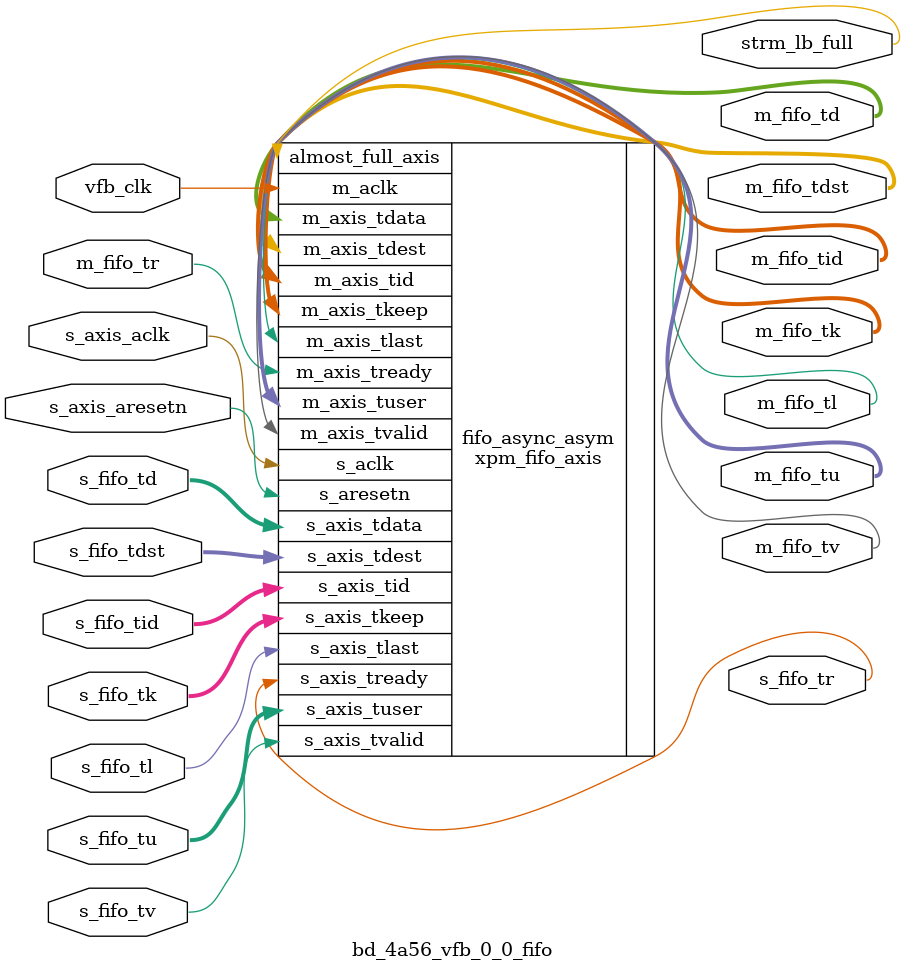
<source format=v>
`timescale 1ps/1ps
module bd_4a56_vfb_0_0_fifo (
  input            s_axis_aclk    ,

  input         s_axis_aresetn ,
  input            vfb_clk        ,
  output    s_fifo_tr      ,
  input     s_fifo_tv      ,
  input      [64-1:0]  s_fifo_td      ,
  input [31:0]     s_fifo_tid    ,   
  input      [24-1:0]  s_fifo_tu      ,
  input      [31:0] s_fifo_tdst      ,
  input      [8-1:0] s_fifo_tk      ,
  input      s_fifo_tl      ,
  input     m_fifo_tr      ,
  output     m_fifo_tv      ,
  output   [64-1:0]   m_fifo_td      ,
  output [31:0]     m_fifo_tid    ,   
  output[ 31:0]     m_fifo_tdst    ,   
  output   [24-1:0]  m_fifo_tu      ,
  output    [8-1:0] m_fifo_tk      ,
  output      m_fifo_tl      ,
  output  strm_lb_full   
);

xpm_fifo_axis#(
      .CLOCKING_MODE("independent_clock"), // String
      .ECC_MODE("no_ecc"),            // String
      .FIFO_DEPTH(4096),              // DECIMAL
      .FIFO_MEMORY_TYPE("block"),      // String
      .PACKET_FIFO("false"),          // String
      .PROG_EMPTY_THRESH(10),         // DECIMAL
      .PROG_FULL_THRESH(4091),          // DECIMAL
      .RD_DATA_COUNT_WIDTH(1),        // DECIMAL
      .RELATED_CLOCKS(0),             // DECIMAL
      .SIM_ASSERT_CHK(0),             // DECIMAL; 0=disable simulation messages, 1=enable simulation messages
      .TDATA_WIDTH(64),               // DECIMAL
      .TDEST_WIDTH(32),                // DECIMAL
      .TID_WIDTH(32),                  // DECIMAL
      .TUSER_WIDTH(24),                // DECIMAL
      .USE_ADV_FEATURES("1008"),      // String
      .WR_DATA_COUNT_WIDTH(1)         // DECIMAL
 ) fifo_async_asym(
  .s_aclk            (s_axis_aclk    ),
  .s_aresetn         (s_axis_aresetn ),
  .m_aclk            (vfb_clk        ),
  .s_axis_tready     (s_fifo_tr      ),
  .s_axis_tvalid     (s_fifo_tv      ),
  .s_axis_tdata      (s_fifo_td      ),
  .s_axis_tid      ( s_fifo_tid      ),
  .s_axis_tuser      (s_fifo_tu      ),
  .s_axis_tdest      (s_fifo_tdst      ),
  .s_axis_tkeep      (s_fifo_tk      ),
  .s_axis_tlast      (s_fifo_tl      ),
  .m_axis_tready     (m_fifo_tr      ),
  .m_axis_tvalid     (m_fifo_tv      ),
  .m_axis_tdata      (m_fifo_td      ),
  .m_axis_tid        (m_fifo_tid      ),
  .m_axis_tdest      (m_fifo_tdst     ),
  .m_axis_tuser      (m_fifo_tu      ),
  .m_axis_tkeep      (m_fifo_tk      ),
  .m_axis_tlast      (m_fifo_tl      ),
  .almost_full_axis  (strm_lb_full   )
);
endmodule

</source>
